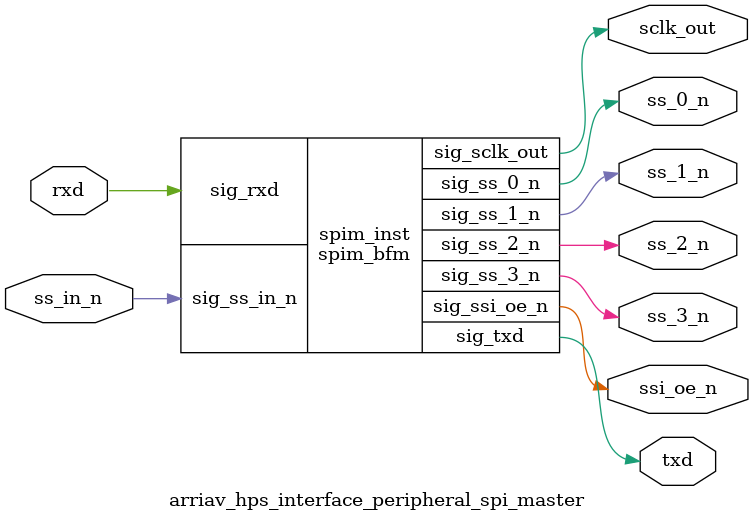
<source format=sv>


module spim_bfm
(
   sig_rxd,
   sig_ss_in_n,
   sig_txd,
   sig_ssi_oe_n,
   sig_ss_0_n,
   sig_ss_1_n,
   sig_ss_2_n,
   sig_ss_3_n,
   sig_sclk_out
);

   //--------------------------------------------------------------------------
   // =head1 PINS 
   // =head2 User defined interface
   //--------------------------------------------------------------------------
   input sig_rxd;
   input sig_ss_in_n;
   output sig_txd;
   output sig_ssi_oe_n;
   output sig_ss_0_n;
   output sig_ss_1_n;
   output sig_ss_2_n;
   output sig_ss_3_n;
   output sig_sclk_out;

   // synthesis translate_off
   import verbosity_pkg::*;
   
   typedef logic ROLE_rxd_t;
   typedef logic ROLE_ss_in_n_t;
   typedef logic ROLE_txd_t;
   typedef logic ROLE_ssi_oe_n_t;
   typedef logic ROLE_ss_0_n_t;
   typedef logic ROLE_ss_1_n_t;
   typedef logic ROLE_ss_2_n_t;
   typedef logic ROLE_ss_3_n_t;
   typedef logic ROLE_sclk_out_t;

   logic [0 : 0] rxd_in;
   logic [0 : 0] rxd_local;
   logic [0 : 0] ss_in_n_in;
   logic [0 : 0] ss_in_n_local;
   reg txd_temp;
   reg txd_out;
   reg ssi_oe_n_temp;
   reg ssi_oe_n_out;
   reg ss_0_n_temp;
   reg ss_0_n_out;
   reg ss_1_n_temp;
   reg ss_1_n_out;
   reg ss_2_n_temp;
   reg ss_2_n_out;
   reg ss_3_n_temp;
   reg ss_3_n_out;
   reg sclk_out_temp;
   reg sclk_out_out;

   //--------------------------------------------------------------------------
   // =head1 Public Methods API
   // =pod
   // This section describes the public methods in the application programming
   // interface (API). The application program interface provides methods for 
   // a testbench which instantiates, controls and queries state in this BFM 
   // component. Test programs must only use these public access methods and 
   // events to communicate with this BFM component. The API and module pins
   // are the only interfaces of this component that are guaranteed to be
   // stable. The API will be maintained for the life of the product. 
   // While we cannot prevent a test program from directly accessing internal
   // tasks, functions, or data private to the BFM, there is no guarantee that
   // these will be present in the future. In fact, it is best for the user
   // to assume that the underlying implementation of this component can 
   // and will change.
   // =cut
   //--------------------------------------------------------------------------
   
   event signal_input_rxd_change;
   event signal_input_ss_in_n_change;
   
   function automatic string get_version();  // public
      // Return BFM version string. For example, version 9.1 sp1 is "9.1sp1" 
      string ret_version = "12.1";
      return ret_version;
   endfunction

   // -------------------------------------------------------
   // rxd
   // -------------------------------------------------------
   function automatic ROLE_rxd_t get_rxd();
   
      // Gets the rxd input value.
      $sformat(message, "%m: called get_rxd");
      print(VERBOSITY_DEBUG, message);
      return rxd_in;
      
   endfunction

   // -------------------------------------------------------
   // ss_in_n
   // -------------------------------------------------------
   function automatic ROLE_ss_in_n_t get_ss_in_n();
   
      // Gets the ss_in_n input value.
      $sformat(message, "%m: called get_ss_in_n");
      print(VERBOSITY_DEBUG, message);
      return ss_in_n_in;
      
   endfunction

   // -------------------------------------------------------
   // txd
   // -------------------------------------------------------

   function automatic void set_txd (
      ROLE_txd_t new_value
   );
      // Drive the new value to txd.
      
      $sformat(message, "%m: method called arg0 %0d", new_value); 
      print(VERBOSITY_DEBUG, message);
      
      txd_temp = new_value;
   endfunction

   // -------------------------------------------------------
   // ssi_oe_n
   // -------------------------------------------------------

   function automatic void set_ssi_oe_n (
      ROLE_ssi_oe_n_t new_value
   );
      // Drive the new value to ssi_oe_n.
      
      $sformat(message, "%m: method called arg0 %0d", new_value); 
      print(VERBOSITY_DEBUG, message);
      
      ssi_oe_n_temp = new_value;
   endfunction

   // -------------------------------------------------------
   // ss_0_n
   // -------------------------------------------------------

   function automatic void set_ss_0_n (
      ROLE_ss_0_n_t new_value
   );
      // Drive the new value to ss_0_n.
      
      $sformat(message, "%m: method called arg0 %0d", new_value); 
      print(VERBOSITY_DEBUG, message);
      
      ss_0_n_temp = new_value;
   endfunction

   // -------------------------------------------------------
   // ss_1_n
   // -------------------------------------------------------

   function automatic void set_ss_1_n (
      ROLE_ss_1_n_t new_value
   );
      // Drive the new value to ss_1_n.
      
      $sformat(message, "%m: method called arg0 %0d", new_value); 
      print(VERBOSITY_DEBUG, message);
      
      ss_1_n_temp = new_value;
   endfunction

   // -------------------------------------------------------
   // ss_2_n
   // -------------------------------------------------------

   function automatic void set_ss_2_n (
      ROLE_ss_2_n_t new_value
   );
      // Drive the new value to ss_2_n.
      
      $sformat(message, "%m: method called arg0 %0d", new_value); 
      print(VERBOSITY_DEBUG, message);
      
      ss_2_n_temp = new_value;
   endfunction

   // -------------------------------------------------------
   // ss_3_n
   // -------------------------------------------------------

   function automatic void set_ss_3_n (
      ROLE_ss_3_n_t new_value
   );
      // Drive the new value to ss_3_n.
      
      $sformat(message, "%m: method called arg0 %0d", new_value); 
      print(VERBOSITY_DEBUG, message);
      
      ss_3_n_temp = new_value;
   endfunction

   // -------------------------------------------------------
   // sclk_out
   // -------------------------------------------------------

   function automatic void set_sclk_out (
      ROLE_sclk_out_t new_value
   );
      // Drive the new value to sclk_out.
      
      $sformat(message, "%m: method called arg0 %0d", new_value); 
      print(VERBOSITY_DEBUG, message);
      
      sclk_out_temp = new_value;
   endfunction

   assign rxd_in = sig_rxd;
   assign ss_in_n_in = sig_ss_in_n;
   assign sig_txd = txd_temp;
   assign sig_ssi_oe_n = ssi_oe_n_temp;
   assign sig_ss_0_n = ss_0_n_temp;
   assign sig_ss_1_n = ss_1_n_temp;
   assign sig_ss_2_n = ss_2_n_temp;
   assign sig_ss_3_n = ss_3_n_temp;
   assign sig_sclk_out = sclk_out_temp;


   always @(rxd_in) begin
      if (rxd_local != rxd_in)
         -> signal_input_rxd_change;
      rxd_local = rxd_in;
   end
   
   always @(ss_in_n_in) begin
      if (ss_in_n_local != ss_in_n_in)
         -> signal_input_ss_in_n_change;
      ss_in_n_local = ss_in_n_in;
   end
   


// synthesis translate_on

endmodule

module cyclonev_hps_interface_peripheral_spi_master (
   input  wire rxd,
   input  wire ss_in_n,
   output wire txd,
   output wire ssi_oe_n,
   output wire ss_0_n,
   output wire ss_1_n,
   output wire ss_2_n,
   output wire ss_3_n,
   output wire sclk_out
);

   spim_bfm spim_inst (
      .sig_rxd(rxd),
      .sig_ss_in_n(ss_in_n),
      .sig_txd(txd),
      .sig_ssi_oe_n(ssi_oe_n),
      .sig_ss_0_n(ss_0_n),
      .sig_ss_1_n(ss_1_n),
      .sig_ss_2_n(ss_2_n),
      .sig_ss_3_n(ss_3_n),
      .sig_sclk_out(sclk_out)
   );

endmodule 

module arriav_hps_interface_peripheral_spi_master (
   input  wire rxd,
   input  wire ss_in_n,
   output wire txd,
   output wire ssi_oe_n,
   output wire ss_0_n,
   output wire ss_1_n,
   output wire ss_2_n,
   output wire ss_3_n,
   output wire sclk_out
);

   spim_bfm spim_inst (
      .sig_rxd(rxd),
      .sig_ss_in_n(ss_in_n),
      .sig_txd(txd),
      .sig_ssi_oe_n(ssi_oe_n),
      .sig_ss_0_n(ss_0_n),
      .sig_ss_1_n(ss_1_n),
      .sig_ss_2_n(ss_2_n),
      .sig_ss_3_n(ss_3_n),
      .sig_sclk_out(sclk_out)
   );

endmodule 
</source>
